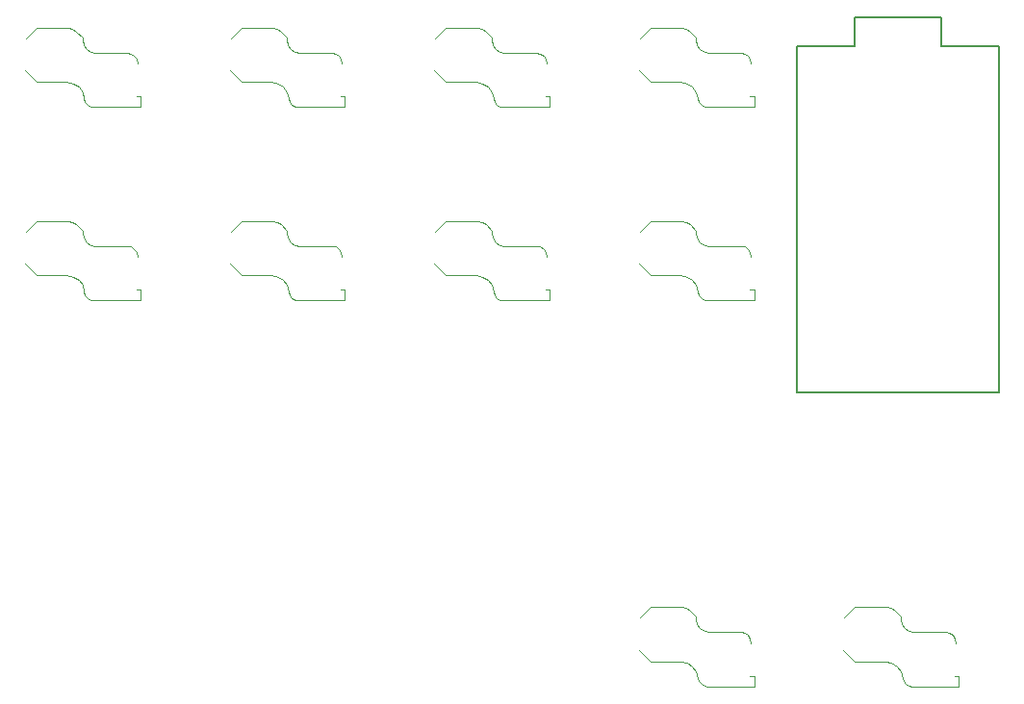
<source format=gbr>
%TF.GenerationSoftware,KiCad,Pcbnew,(6.0.9)*%
%TF.CreationDate,2022-12-21T17:39:14+05:00*%
%TF.ProjectId,vsrgkb-left,76737267-6b62-42d6-9c65-66742e6b6963,rev?*%
%TF.SameCoordinates,Original*%
%TF.FileFunction,Legend,Bot*%
%TF.FilePolarity,Positive*%
%FSLAX46Y46*%
G04 Gerber Fmt 4.6, Leading zero omitted, Abs format (unit mm)*
G04 Created by KiCad (PCBNEW (6.0.9)) date 2022-12-21 17:39:14*
%MOMM*%
%LPD*%
G01*
G04 APERTURE LIST*
%ADD10C,0.120000*%
%ADD11C,0.150000*%
G04 APERTURE END LIST*
D10*
%TO.C,SW8*%
X113396000Y-69954000D02*
X113396000Y-70896000D01*
X113396000Y-70896000D02*
X109310000Y-70896000D01*
X106918000Y-68696000D02*
X104271000Y-68696000D01*
X113031000Y-66641000D02*
X113116000Y-67068000D01*
X109000000Y-70837000D02*
X108726000Y-70667000D01*
X112559000Y-66169000D02*
X112842000Y-66358000D01*
X104271000Y-68696000D02*
X103250000Y-67675000D01*
X107959000Y-69100000D02*
X107480000Y-68801000D01*
X109310000Y-70896000D02*
X109000000Y-70837000D01*
X112232000Y-66104000D02*
X112559000Y-66169000D01*
X108297000Y-69553000D02*
X107959000Y-69100000D01*
X108994000Y-66017000D02*
X109432000Y-66104000D01*
X108533000Y-70409000D02*
X108451000Y-70111000D01*
X113033000Y-69954000D02*
X113396000Y-69954000D01*
X109432000Y-66104000D02*
X112232000Y-66104000D01*
X108296000Y-64746000D02*
X108296000Y-64968000D01*
X108296000Y-64968000D02*
X108383000Y-65406000D01*
X107480000Y-68801000D02*
X106918000Y-68696000D01*
X107763000Y-64213000D02*
X108296000Y-64746000D01*
X104271000Y-63904000D02*
X107018000Y-63904000D01*
X103334000Y-64841000D02*
X104271000Y-63904000D01*
X108383000Y-65406000D02*
X108627000Y-65773000D01*
X107421000Y-63984000D02*
X107763000Y-64213000D01*
X112842000Y-66358000D02*
X113031000Y-66641000D01*
X108627000Y-65773000D02*
X108994000Y-66017000D01*
X108451000Y-70111000D02*
X108297000Y-69553000D01*
X107018000Y-63904000D02*
X107421000Y-63984000D01*
X108726000Y-70667000D02*
X108533000Y-70409000D01*
%TO.C,SW10*%
X126627000Y-99773000D02*
X126994000Y-100017000D01*
X131396000Y-104896000D02*
X127310000Y-104896000D01*
X126994000Y-100017000D02*
X127432000Y-100104000D01*
X127310000Y-104896000D02*
X127000000Y-104837000D01*
X126297000Y-103553000D02*
X125959000Y-103100000D01*
X126383000Y-99406000D02*
X126627000Y-99773000D01*
X125959000Y-103100000D02*
X125480000Y-102801000D01*
X126296000Y-98746000D02*
X126296000Y-98968000D01*
X121334000Y-98841000D02*
X122271000Y-97904000D01*
X127000000Y-104837000D02*
X126726000Y-104667000D01*
X125421000Y-97984000D02*
X125763000Y-98213000D01*
X131033000Y-103954000D02*
X131396000Y-103954000D01*
X130232000Y-100104000D02*
X130559000Y-100169000D01*
X131031000Y-100641000D02*
X131116000Y-101068000D01*
X131396000Y-103954000D02*
X131396000Y-104896000D01*
X125763000Y-98213000D02*
X126296000Y-98746000D01*
X130559000Y-100169000D02*
X130842000Y-100358000D01*
X125018000Y-97904000D02*
X125421000Y-97984000D01*
X126533000Y-104409000D02*
X126451000Y-104111000D01*
X124918000Y-102696000D02*
X122271000Y-102696000D01*
X126451000Y-104111000D02*
X126297000Y-103553000D01*
X126726000Y-104667000D02*
X126533000Y-104409000D01*
X126296000Y-98968000D02*
X126383000Y-99406000D01*
X127432000Y-100104000D02*
X130232000Y-100104000D01*
X122271000Y-97904000D02*
X125018000Y-97904000D01*
X125480000Y-102801000D02*
X124918000Y-102696000D01*
X122271000Y-102696000D02*
X121250000Y-101675000D01*
X130842000Y-100358000D02*
X131031000Y-100641000D01*
%TO.C,SW4*%
X130559000Y-49169000D02*
X130842000Y-49358000D01*
X127310000Y-53896000D02*
X127000000Y-53837000D01*
X126297000Y-52553000D02*
X125959000Y-52100000D01*
X127432000Y-49104000D02*
X130232000Y-49104000D01*
X126296000Y-47746000D02*
X126296000Y-47968000D01*
X122271000Y-51696000D02*
X121250000Y-50675000D01*
X125018000Y-46904000D02*
X125421000Y-46984000D01*
X131396000Y-53896000D02*
X127310000Y-53896000D01*
X126383000Y-48406000D02*
X126627000Y-48773000D01*
X131396000Y-52954000D02*
X131396000Y-53896000D01*
X125763000Y-47213000D02*
X126296000Y-47746000D01*
X131031000Y-49641000D02*
X131116000Y-50068000D01*
X121334000Y-47841000D02*
X122271000Y-46904000D01*
X125480000Y-51801000D02*
X124918000Y-51696000D01*
X125959000Y-52100000D02*
X125480000Y-51801000D01*
X131033000Y-52954000D02*
X131396000Y-52954000D01*
X130232000Y-49104000D02*
X130559000Y-49169000D01*
X124918000Y-51696000D02*
X122271000Y-51696000D01*
X126451000Y-53111000D02*
X126297000Y-52553000D01*
X126627000Y-48773000D02*
X126994000Y-49017000D01*
X126533000Y-53409000D02*
X126451000Y-53111000D01*
X126994000Y-49017000D02*
X127432000Y-49104000D01*
X125421000Y-46984000D02*
X125763000Y-47213000D01*
X126296000Y-47968000D02*
X126383000Y-48406000D01*
X127000000Y-53837000D02*
X126726000Y-53667000D01*
X130842000Y-49358000D02*
X131031000Y-49641000D01*
X122271000Y-46904000D02*
X125018000Y-46904000D01*
X126726000Y-53667000D02*
X126533000Y-53409000D01*
%TO.C,SW3*%
X107480000Y-51801000D02*
X106918000Y-51696000D01*
X104271000Y-51696000D02*
X103250000Y-50675000D01*
X107421000Y-46984000D02*
X107763000Y-47213000D01*
X108726000Y-53667000D02*
X108533000Y-53409000D01*
X108383000Y-48406000D02*
X108627000Y-48773000D01*
X108296000Y-47968000D02*
X108383000Y-48406000D01*
X108627000Y-48773000D02*
X108994000Y-49017000D01*
X112232000Y-49104000D02*
X112559000Y-49169000D01*
X107018000Y-46904000D02*
X107421000Y-46984000D01*
X109432000Y-49104000D02*
X112232000Y-49104000D01*
X113396000Y-53896000D02*
X109310000Y-53896000D01*
X108296000Y-47746000D02*
X108296000Y-47968000D01*
X113031000Y-49641000D02*
X113116000Y-50068000D01*
X108451000Y-53111000D02*
X108297000Y-52553000D01*
X113033000Y-52954000D02*
X113396000Y-52954000D01*
X109000000Y-53837000D02*
X108726000Y-53667000D01*
X109310000Y-53896000D02*
X109000000Y-53837000D01*
X103334000Y-47841000D02*
X104271000Y-46904000D01*
X107959000Y-52100000D02*
X107480000Y-51801000D01*
X113396000Y-52954000D02*
X113396000Y-53896000D01*
X108994000Y-49017000D02*
X109432000Y-49104000D01*
X112842000Y-49358000D02*
X113031000Y-49641000D01*
X107763000Y-47213000D02*
X108296000Y-47746000D01*
X108297000Y-52553000D02*
X107959000Y-52100000D01*
X108533000Y-53409000D02*
X108451000Y-53111000D01*
X112559000Y-49169000D02*
X112842000Y-49358000D01*
X106918000Y-51696000D02*
X104271000Y-51696000D01*
X104271000Y-46904000D02*
X107018000Y-46904000D01*
%TO.C,SW5*%
X148232000Y-100104000D02*
X148559000Y-100169000D01*
X145310000Y-104896000D02*
X145000000Y-104837000D01*
X149396000Y-103954000D02*
X149396000Y-104896000D01*
X143421000Y-97984000D02*
X143763000Y-98213000D01*
X143018000Y-97904000D02*
X143421000Y-97984000D01*
X145432000Y-100104000D02*
X148232000Y-100104000D01*
X143763000Y-98213000D02*
X144296000Y-98746000D01*
X149033000Y-103954000D02*
X149396000Y-103954000D01*
X143480000Y-102801000D02*
X142918000Y-102696000D01*
X143959000Y-103100000D02*
X143480000Y-102801000D01*
X149031000Y-100641000D02*
X149116000Y-101068000D01*
X144383000Y-99406000D02*
X144627000Y-99773000D01*
X144296000Y-98746000D02*
X144296000Y-98968000D01*
X145000000Y-104837000D02*
X144726000Y-104667000D01*
X144297000Y-103553000D02*
X143959000Y-103100000D01*
X140271000Y-102696000D02*
X139250000Y-101675000D01*
X140271000Y-97904000D02*
X143018000Y-97904000D01*
X149396000Y-104896000D02*
X145310000Y-104896000D01*
X144451000Y-104111000D02*
X144297000Y-103553000D01*
X144627000Y-99773000D02*
X144994000Y-100017000D01*
X144296000Y-98968000D02*
X144383000Y-99406000D01*
X144533000Y-104409000D02*
X144451000Y-104111000D01*
X148559000Y-100169000D02*
X148842000Y-100358000D01*
X142918000Y-102696000D02*
X140271000Y-102696000D01*
X144994000Y-100017000D02*
X145432000Y-100104000D01*
X148842000Y-100358000D02*
X149031000Y-100641000D01*
X144726000Y-104667000D02*
X144533000Y-104409000D01*
X139334000Y-98841000D02*
X140271000Y-97904000D01*
D11*
%TO.C,U1*%
X135110000Y-78990000D02*
X135110000Y-48510000D01*
X152890000Y-78990000D02*
X135110000Y-78990000D01*
X152890000Y-48510000D02*
X152890000Y-78990000D01*
X140190000Y-45970000D02*
X147810000Y-45970000D01*
X147810000Y-48510000D02*
X152890000Y-48510000D01*
X147810000Y-45970000D02*
X147810000Y-48510000D01*
X140190000Y-48510000D02*
X140190000Y-45970000D01*
X135110000Y-48510000D02*
X140190000Y-48510000D01*
D10*
%TO.C,SW1*%
X77396000Y-52954000D02*
X77396000Y-53896000D01*
X77396000Y-53896000D02*
X73310000Y-53896000D01*
X72296000Y-47746000D02*
X72296000Y-47968000D01*
X72296000Y-47968000D02*
X72383000Y-48406000D01*
X76232000Y-49104000D02*
X76559000Y-49169000D01*
X73432000Y-49104000D02*
X76232000Y-49104000D01*
X68271000Y-51696000D02*
X67250000Y-50675000D01*
X72994000Y-49017000D02*
X73432000Y-49104000D01*
X70918000Y-51696000D02*
X68271000Y-51696000D01*
X73310000Y-53896000D02*
X73000000Y-53837000D01*
X72726000Y-53667000D02*
X72533000Y-53409000D01*
X72297000Y-52553000D02*
X71959000Y-52100000D01*
X72383000Y-48406000D02*
X72627000Y-48773000D01*
X71421000Y-46984000D02*
X71763000Y-47213000D01*
X77031000Y-49641000D02*
X77116000Y-50068000D01*
X72533000Y-53409000D02*
X72451000Y-53111000D01*
X71959000Y-52100000D02*
X71480000Y-51801000D01*
X71763000Y-47213000D02*
X72296000Y-47746000D01*
X77033000Y-52954000D02*
X77396000Y-52954000D01*
X72451000Y-53111000D02*
X72297000Y-52553000D01*
X68271000Y-46904000D02*
X71018000Y-46904000D01*
X76559000Y-49169000D02*
X76842000Y-49358000D01*
X76842000Y-49358000D02*
X77031000Y-49641000D01*
X67334000Y-47841000D02*
X68271000Y-46904000D01*
X72627000Y-48773000D02*
X72994000Y-49017000D01*
X71018000Y-46904000D02*
X71421000Y-46984000D01*
X73000000Y-53837000D02*
X72726000Y-53667000D01*
X71480000Y-51801000D02*
X70918000Y-51696000D01*
%TO.C,SW7*%
X95396000Y-69954000D02*
X95396000Y-70896000D01*
X89763000Y-64213000D02*
X90296000Y-64746000D01*
X90297000Y-69553000D02*
X89959000Y-69100000D01*
X90627000Y-65773000D02*
X90994000Y-66017000D01*
X88918000Y-68696000D02*
X86271000Y-68696000D01*
X95396000Y-70896000D02*
X91310000Y-70896000D01*
X95033000Y-69954000D02*
X95396000Y-69954000D01*
X90296000Y-64746000D02*
X90296000Y-64968000D01*
X94232000Y-66104000D02*
X94559000Y-66169000D01*
X95031000Y-66641000D02*
X95116000Y-67068000D01*
X89421000Y-63984000D02*
X89763000Y-64213000D01*
X90296000Y-64968000D02*
X90383000Y-65406000D01*
X90451000Y-70111000D02*
X90297000Y-69553000D01*
X90383000Y-65406000D02*
X90627000Y-65773000D01*
X86271000Y-68696000D02*
X85250000Y-67675000D01*
X94559000Y-66169000D02*
X94842000Y-66358000D01*
X89018000Y-63904000D02*
X89421000Y-63984000D01*
X89480000Y-68801000D02*
X88918000Y-68696000D01*
X86271000Y-63904000D02*
X89018000Y-63904000D01*
X89959000Y-69100000D02*
X89480000Y-68801000D01*
X91310000Y-70896000D02*
X91000000Y-70837000D01*
X91432000Y-66104000D02*
X94232000Y-66104000D01*
X85334000Y-64841000D02*
X86271000Y-63904000D01*
X94842000Y-66358000D02*
X95031000Y-66641000D01*
X90994000Y-66017000D02*
X91432000Y-66104000D01*
X90533000Y-70409000D02*
X90451000Y-70111000D01*
X91000000Y-70837000D02*
X90726000Y-70667000D01*
X90726000Y-70667000D02*
X90533000Y-70409000D01*
%TO.C,SW2*%
X94232000Y-49104000D02*
X94559000Y-49169000D01*
X91310000Y-53896000D02*
X91000000Y-53837000D01*
X88918000Y-51696000D02*
X86271000Y-51696000D01*
X91000000Y-53837000D02*
X90726000Y-53667000D01*
X95396000Y-53896000D02*
X91310000Y-53896000D01*
X95033000Y-52954000D02*
X95396000Y-52954000D01*
X90296000Y-47968000D02*
X90383000Y-48406000D01*
X90726000Y-53667000D02*
X90533000Y-53409000D01*
X86271000Y-46904000D02*
X89018000Y-46904000D01*
X90627000Y-48773000D02*
X90994000Y-49017000D01*
X90533000Y-53409000D02*
X90451000Y-53111000D01*
X86271000Y-51696000D02*
X85250000Y-50675000D01*
X90383000Y-48406000D02*
X90627000Y-48773000D01*
X90297000Y-52553000D02*
X89959000Y-52100000D01*
X89018000Y-46904000D02*
X89421000Y-46984000D01*
X95031000Y-49641000D02*
X95116000Y-50068000D01*
X89959000Y-52100000D02*
X89480000Y-51801000D01*
X90296000Y-47746000D02*
X90296000Y-47968000D01*
X90994000Y-49017000D02*
X91432000Y-49104000D01*
X85334000Y-47841000D02*
X86271000Y-46904000D01*
X94559000Y-49169000D02*
X94842000Y-49358000D01*
X91432000Y-49104000D02*
X94232000Y-49104000D01*
X89421000Y-46984000D02*
X89763000Y-47213000D01*
X89480000Y-51801000D02*
X88918000Y-51696000D01*
X89763000Y-47213000D02*
X90296000Y-47746000D01*
X90451000Y-53111000D02*
X90297000Y-52553000D01*
X94842000Y-49358000D02*
X95031000Y-49641000D01*
X95396000Y-52954000D02*
X95396000Y-53896000D01*
%TO.C,SW6*%
X73310000Y-70896000D02*
X73000000Y-70837000D01*
X71480000Y-68801000D02*
X70918000Y-68696000D01*
X70918000Y-68696000D02*
X68271000Y-68696000D01*
X72296000Y-64746000D02*
X72296000Y-64968000D01*
X73000000Y-70837000D02*
X72726000Y-70667000D01*
X72297000Y-69553000D02*
X71959000Y-69100000D01*
X77396000Y-70896000D02*
X73310000Y-70896000D01*
X71018000Y-63904000D02*
X71421000Y-63984000D01*
X71421000Y-63984000D02*
X71763000Y-64213000D01*
X76842000Y-66358000D02*
X77031000Y-66641000D01*
X72383000Y-65406000D02*
X72627000Y-65773000D01*
X72994000Y-66017000D02*
X73432000Y-66104000D01*
X68271000Y-68696000D02*
X67250000Y-67675000D01*
X77031000Y-66641000D02*
X77116000Y-67068000D01*
X71959000Y-69100000D02*
X71480000Y-68801000D01*
X72726000Y-70667000D02*
X72533000Y-70409000D01*
X67334000Y-64841000D02*
X68271000Y-63904000D01*
X71763000Y-64213000D02*
X72296000Y-64746000D01*
X72533000Y-70409000D02*
X72451000Y-70111000D01*
X77033000Y-69954000D02*
X77396000Y-69954000D01*
X76232000Y-66104000D02*
X76559000Y-66169000D01*
X72627000Y-65773000D02*
X72994000Y-66017000D01*
X72296000Y-64968000D02*
X72383000Y-65406000D01*
X77396000Y-69954000D02*
X77396000Y-70896000D01*
X73432000Y-66104000D02*
X76232000Y-66104000D01*
X76559000Y-66169000D02*
X76842000Y-66358000D01*
X68271000Y-63904000D02*
X71018000Y-63904000D01*
X72451000Y-70111000D02*
X72297000Y-69553000D01*
%TO.C,SW9*%
X121334000Y-64841000D02*
X122271000Y-63904000D01*
X126296000Y-64968000D02*
X126383000Y-65406000D01*
X130559000Y-66169000D02*
X130842000Y-66358000D01*
X131396000Y-70896000D02*
X127310000Y-70896000D01*
X126451000Y-70111000D02*
X126297000Y-69553000D01*
X125959000Y-69100000D02*
X125480000Y-68801000D01*
X122271000Y-63904000D02*
X125018000Y-63904000D01*
X127000000Y-70837000D02*
X126726000Y-70667000D01*
X125480000Y-68801000D02*
X124918000Y-68696000D01*
X126383000Y-65406000D02*
X126627000Y-65773000D01*
X126297000Y-69553000D02*
X125959000Y-69100000D01*
X126726000Y-70667000D02*
X126533000Y-70409000D01*
X127432000Y-66104000D02*
X130232000Y-66104000D01*
X126994000Y-66017000D02*
X127432000Y-66104000D01*
X125421000Y-63984000D02*
X125763000Y-64213000D01*
X124918000Y-68696000D02*
X122271000Y-68696000D01*
X130842000Y-66358000D02*
X131031000Y-66641000D01*
X130232000Y-66104000D02*
X130559000Y-66169000D01*
X125763000Y-64213000D02*
X126296000Y-64746000D01*
X127310000Y-70896000D02*
X127000000Y-70837000D01*
X131033000Y-69954000D02*
X131396000Y-69954000D01*
X131396000Y-69954000D02*
X131396000Y-70896000D01*
X122271000Y-68696000D02*
X121250000Y-67675000D01*
X131031000Y-66641000D02*
X131116000Y-67068000D01*
X125018000Y-63904000D02*
X125421000Y-63984000D01*
X126296000Y-64746000D02*
X126296000Y-64968000D01*
X126627000Y-65773000D02*
X126994000Y-66017000D01*
X126533000Y-70409000D02*
X126451000Y-70111000D01*
%TD*%
M02*

</source>
